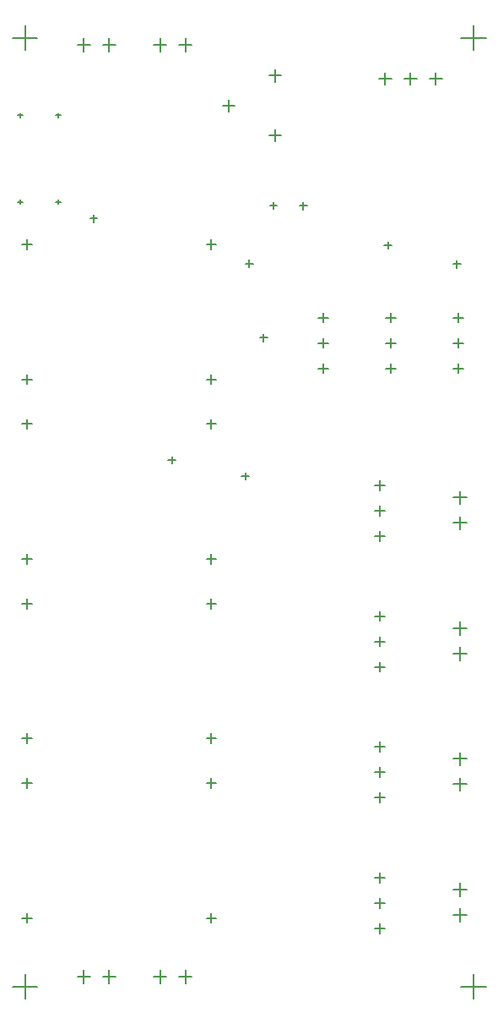
<source format=gbr>
G04*
G04 #@! TF.GenerationSoftware,Altium Limited,Altium Designer,24.2.2 (26)*
G04*
G04 Layer_Color=128*
%FSLAX44Y44*%
%MOMM*%
G71*
G04*
G04 #@! TF.SameCoordinates,C1532DF8-A77D-479D-A07C-5EAB100E6B30*
G04*
G04*
G04 #@! TF.FilePolarity,Positive*
G04*
G01*
G75*
%ADD13C,0.1270*%
D13*
X380000Y934000D02*
X392400D01*
X386200Y927800D02*
Y940200D01*
X405400Y934000D02*
X417800D01*
X411600Y927800D02*
Y940200D01*
X430800Y934000D02*
X443200D01*
X437000Y927800D02*
Y940200D01*
X17829Y810800D02*
X22829D01*
X20329Y808300D02*
Y813300D01*
X17829Y897200D02*
X22829D01*
X20329Y894700D02*
Y899700D01*
X55829Y810800D02*
X60829D01*
X58329Y808300D02*
Y813300D01*
X55829Y897200D02*
X60829D01*
X58329Y894700D02*
Y899700D01*
X387000Y694800D02*
X397000D01*
X392000Y689800D02*
Y699800D01*
X387000Y669400D02*
X397000D01*
X392000Y664400D02*
Y674400D01*
X387000Y644000D02*
X397000D01*
X392000Y639000D02*
Y649000D01*
X376000Y475932D02*
X386000D01*
X381000Y470932D02*
Y480932D01*
X376000Y501332D02*
X386000D01*
X381000Y496332D02*
Y506332D01*
X376000Y526732D02*
X386000D01*
X381000Y521732D02*
Y531732D01*
X270000Y877449D02*
X282000D01*
X276000Y871450D02*
Y883449D01*
X270000Y937000D02*
X282000D01*
X276000Y931000D02*
Y942999D01*
X223100Y907039D02*
X235100D01*
X229100Y901040D02*
Y913039D01*
X154100Y968000D02*
X167100D01*
X160600Y961500D02*
Y974500D01*
X179500Y968000D02*
X192500D01*
X186000Y961500D02*
Y974500D01*
X102943Y35000D02*
X115943D01*
X109444Y28500D02*
Y41500D01*
X77544Y35000D02*
X90543D01*
X84044Y28500D02*
Y41500D01*
X179500Y35000D02*
X192500D01*
X186000Y28500D02*
Y41500D01*
X154100Y35000D02*
X167100D01*
X160600Y28500D02*
Y41500D01*
X77544Y968000D02*
X90543D01*
X84044Y961500D02*
Y974500D01*
X102944Y968000D02*
X115943D01*
X109444Y961500D02*
Y974500D01*
X22000Y93642D02*
X32000D01*
X27000Y88642D02*
Y98642D01*
X22000Y228641D02*
X32000D01*
X27000Y223641D02*
Y233641D01*
X207000Y228641D02*
X217000D01*
X212000Y223641D02*
Y233641D01*
X207000Y93642D02*
X217000D01*
X212000Y88642D02*
Y98642D01*
X455000Y694800D02*
X465000D01*
X460000Y689800D02*
Y699800D01*
X455000Y669400D02*
X465000D01*
X460000Y664400D02*
Y674400D01*
X455000Y644000D02*
X465000D01*
X460000Y639000D02*
Y649000D01*
X319000Y694800D02*
X329000D01*
X324000Y689800D02*
Y699800D01*
X319000Y669400D02*
X329000D01*
X324000Y664400D02*
Y674400D01*
X319000Y644000D02*
X329000D01*
X324000Y639000D02*
Y649000D01*
X376000Y83412D02*
X386000D01*
X381000Y78412D02*
Y88412D01*
X376000Y108812D02*
X386000D01*
X381000Y103812D02*
Y113812D01*
X376000Y134212D02*
X386000D01*
X381000Y129212D02*
Y139212D01*
X376000Y214252D02*
X386000D01*
X381000Y209252D02*
Y219252D01*
X376000Y239652D02*
X386000D01*
X381000Y234652D02*
Y244652D01*
X376000Y265052D02*
X386000D01*
X381000Y260052D02*
Y270052D01*
X376000Y345092D02*
X386000D01*
X381000Y340092D02*
Y350092D01*
X376000Y370492D02*
X386000D01*
X381000Y365492D02*
Y375492D01*
X376000Y395892D02*
X386000D01*
X381000Y390892D02*
Y400892D01*
X207000Y273428D02*
X217000D01*
X212000Y268428D02*
Y278428D01*
X207000Y408428D02*
X217000D01*
X212000Y403428D02*
Y413428D01*
X22000Y408428D02*
X32000D01*
X27000Y403428D02*
Y413428D01*
X22000Y273428D02*
X32000D01*
X27000Y268428D02*
Y278428D01*
X207000Y453214D02*
X217000D01*
X212000Y448214D02*
Y458214D01*
X207000Y588214D02*
X217000D01*
X212000Y583214D02*
Y593214D01*
X22000Y588214D02*
X32000D01*
X27000Y583214D02*
Y593214D01*
X22000Y453214D02*
X32000D01*
X27000Y448214D02*
Y458214D01*
X300190Y807000D02*
X307810D01*
X304000Y803190D02*
Y810810D01*
X270500Y807000D02*
X277500D01*
X274000Y803500D02*
Y810500D01*
X455000Y252920D02*
X468000D01*
X461500Y246420D02*
Y259420D01*
X455000Y227520D02*
X468000D01*
X461500Y221020D02*
Y234020D01*
X455000Y383760D02*
X468000D01*
X461500Y377260D02*
Y390260D01*
X455000Y358360D02*
X468000D01*
X461500Y351860D02*
Y364860D01*
X455000Y489200D02*
X468000D01*
X461500Y482700D02*
Y495700D01*
X455000Y514600D02*
X468000D01*
X461500Y508100D02*
Y521100D01*
X207000Y632999D02*
X217000D01*
X212000Y627999D02*
Y637999D01*
X207000Y768000D02*
X217000D01*
X212000Y763000D02*
Y773000D01*
X22000Y768000D02*
X32000D01*
X27000Y763000D02*
Y773000D01*
X22000Y632999D02*
X32000D01*
X27000Y627999D02*
Y637999D01*
X455000Y96680D02*
X468000D01*
X461500Y90180D02*
Y103180D01*
X455000Y122080D02*
X468000D01*
X461500Y115580D02*
Y128580D01*
X168758Y552314D02*
X175870D01*
X172314Y548758D02*
Y555870D01*
X242444Y536000D02*
X249556D01*
X246000Y532444D02*
Y539556D01*
X260927Y674678D02*
X268039D01*
X264483Y671122D02*
Y678234D01*
X246444Y749000D02*
X253556D01*
X250000Y745444D02*
Y752556D01*
X454716Y748350D02*
X461828D01*
X458272Y744794D02*
Y751906D01*
X385444Y767152D02*
X392556D01*
X389000Y763596D02*
Y770708D01*
X90444Y794000D02*
X97556D01*
X94000Y790444D02*
Y797556D01*
X12500Y25000D02*
X37500D01*
X25000Y12500D02*
Y37500D01*
X462500Y975000D02*
X487500D01*
X475000Y962500D02*
Y987500D01*
X12500Y975000D02*
X37500D01*
X25000Y962500D02*
Y987500D01*
X462500Y25000D02*
X487500D01*
X475000Y12500D02*
Y37500D01*
M02*

</source>
